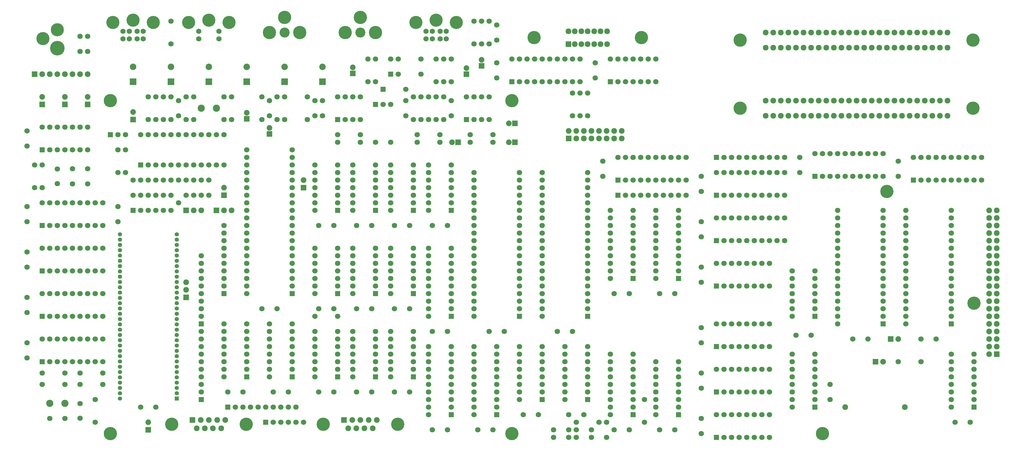
<source format=gbr>
G04 #@! TF.GenerationSoftware,KiCad,Pcbnew,(5.1.0)-1*
G04 #@! TF.CreationDate,2019-10-09T16:22:28-07:00*
G04 #@! TF.ProjectId,Omega-Mainboard,4f6d6567-612d-44d6-9169-6e626f617264,rev?*
G04 #@! TF.SameCoordinates,Original*
G04 #@! TF.FileFunction,Soldermask,Top*
G04 #@! TF.FilePolarity,Negative*
%FSLAX46Y46*%
G04 Gerber Fmt 4.6, Leading zero omitted, Abs format (unit mm)*
G04 Created by KiCad (PCBNEW (5.1.0)-1) date 2019-10-09 16:22:28*
%MOMM*%
%LPD*%
G04 APERTURE LIST*
%ADD10C,4.448760*%
%ADD11R,1.924000X1.924000*%
%ADD12C,1.924000*%
%ADD13R,1.797000X1.797000*%
%ADD14C,1.797000*%
%ADD15C,1.771600*%
%ADD16C,4.400500*%
%ADD17R,1.890980X1.890980*%
%ADD18C,1.890980*%
%ADD19R,1.416000X1.416000*%
%ADD20C,1.416000*%
%ADD21C,4.464000*%
%ADD22R,2.178000X2.178000*%
%ADD23C,2.178000*%
%ADD24C,2.398980*%
%ADD25C,4.400000*%
%ADD26C,4.900000*%
%ADD27C,3.371800*%
G04 APERTURE END LIST*
D10*
X221200000Y-23300000D03*
X185200000Y-23300000D03*
D11*
X196720000Y-25445000D03*
D12*
X198880000Y-25445000D03*
X201040000Y-25445000D03*
X203200000Y-25445000D03*
X205360000Y-25445000D03*
X207520000Y-25445000D03*
X209680000Y-25445000D03*
X203200000Y-21155000D03*
X196720000Y-21155000D03*
X198880000Y-21155000D03*
X201040000Y-21155000D03*
X205360000Y-21155000D03*
X207520000Y-21155000D03*
X209680000Y-21155000D03*
D13*
X119380000Y-137160000D03*
D14*
X119380000Y-134620000D03*
X119380000Y-132080000D03*
X119380000Y-129540000D03*
X119380000Y-127000000D03*
X119380000Y-124460000D03*
X119380000Y-121920000D03*
X111760000Y-121920000D03*
X111760000Y-124460000D03*
X111760000Y-127000000D03*
X111760000Y-129540000D03*
X111760000Y-132080000D03*
X111760000Y-134620000D03*
X111760000Y-137160000D03*
D13*
X132080000Y-137160000D03*
D14*
X132080000Y-134620000D03*
X132080000Y-132080000D03*
X132080000Y-129540000D03*
X132080000Y-127000000D03*
X132080000Y-124460000D03*
X132080000Y-121920000D03*
X124460000Y-121920000D03*
X124460000Y-124460000D03*
X124460000Y-127000000D03*
X124460000Y-129540000D03*
X124460000Y-132080000D03*
X124460000Y-134620000D03*
X124460000Y-137160000D03*
D13*
X132080000Y-81280000D03*
D14*
X132080000Y-78740000D03*
X132080000Y-76200000D03*
X132080000Y-73660000D03*
X132080000Y-71120000D03*
X132080000Y-68580000D03*
X132080000Y-66040000D03*
X124460000Y-66040000D03*
X124460000Y-68580000D03*
X124460000Y-71120000D03*
X124460000Y-73660000D03*
X124460000Y-76200000D03*
X124460000Y-78740000D03*
X124460000Y-81280000D03*
D13*
X218440000Y-104140000D03*
D14*
X218440000Y-101600000D03*
X218440000Y-99060000D03*
X218440000Y-96520000D03*
X218440000Y-93980000D03*
X218440000Y-91440000D03*
X218440000Y-88900000D03*
X218440000Y-86360000D03*
X218440000Y-83820000D03*
X218440000Y-81280000D03*
X210820000Y-81280000D03*
X210820000Y-83820000D03*
X210820000Y-86360000D03*
X210820000Y-88900000D03*
X210820000Y-91440000D03*
X210820000Y-93980000D03*
X210820000Y-96520000D03*
X210820000Y-99060000D03*
X210820000Y-101600000D03*
X210820000Y-104140000D03*
D13*
X180340000Y-116840000D03*
D14*
X180340000Y-114300000D03*
X180340000Y-111760000D03*
X180340000Y-109220000D03*
X180340000Y-106680000D03*
X180340000Y-104140000D03*
X180340000Y-101600000D03*
X180340000Y-99060000D03*
X180340000Y-96520000D03*
X180340000Y-93980000D03*
X180340000Y-91440000D03*
X180340000Y-88900000D03*
X180340000Y-86360000D03*
X180340000Y-83820000D03*
X180340000Y-81280000D03*
X180340000Y-78740000D03*
X180340000Y-76200000D03*
X180340000Y-73660000D03*
X180340000Y-71120000D03*
X180340000Y-68580000D03*
X165100000Y-68580000D03*
X165100000Y-71120000D03*
X165100000Y-73660000D03*
X165100000Y-76200000D03*
X165100000Y-78740000D03*
X165100000Y-81280000D03*
X165100000Y-83820000D03*
X165100000Y-86360000D03*
X165100000Y-88900000D03*
X165100000Y-91440000D03*
X165100000Y-93980000D03*
X165100000Y-96520000D03*
X165100000Y-99060000D03*
X165100000Y-101600000D03*
X165100000Y-104140000D03*
X165100000Y-106680000D03*
X165100000Y-109220000D03*
X165100000Y-111760000D03*
X165100000Y-114300000D03*
X165100000Y-116840000D03*
D13*
X213360000Y-76200000D03*
D14*
X215900000Y-76200000D03*
X218440000Y-76200000D03*
X220980000Y-76200000D03*
X223520000Y-76200000D03*
X226060000Y-76200000D03*
X228600000Y-76200000D03*
X231140000Y-76200000D03*
X233680000Y-76200000D03*
X236220000Y-76200000D03*
D13*
X213360000Y-71120000D03*
D14*
X215900000Y-71120000D03*
X218440000Y-71120000D03*
X220980000Y-71120000D03*
X223520000Y-71120000D03*
X226060000Y-71120000D03*
X228600000Y-71120000D03*
X231140000Y-71120000D03*
X233680000Y-71120000D03*
X236220000Y-71120000D03*
X236220000Y-63500000D03*
X233680000Y-63500000D03*
X231140000Y-63500000D03*
X228600000Y-63500000D03*
X226060000Y-63500000D03*
X223520000Y-63500000D03*
X220980000Y-63500000D03*
X218440000Y-63500000D03*
X215900000Y-63500000D03*
X213360000Y-63500000D03*
X227330000Y-109220000D03*
X232410000Y-109220000D03*
D12*
X262890000Y-49530000D03*
X262890000Y-44450000D03*
X265430000Y-49530000D03*
X265430000Y-44450000D03*
X267970000Y-49530000D03*
X267970000Y-44450000D03*
X270510000Y-49530000D03*
X270510000Y-44450000D03*
X273050000Y-49530000D03*
X273050000Y-44450000D03*
X275590000Y-49530000D03*
X275590000Y-44450000D03*
X278130000Y-49530000D03*
X278130000Y-44450000D03*
X280670000Y-49530000D03*
X280670000Y-44450000D03*
X283210000Y-49530000D03*
X283210000Y-44450000D03*
X285750000Y-49530000D03*
X285750000Y-44450000D03*
X288290000Y-49530000D03*
X288290000Y-44450000D03*
X290830000Y-49530000D03*
X290830000Y-44450000D03*
X293370000Y-49530000D03*
X293370000Y-44450000D03*
X295910000Y-49530000D03*
X295910000Y-44450000D03*
X298450000Y-49530000D03*
X298450000Y-44450000D03*
X300990000Y-49530000D03*
X300990000Y-44450000D03*
X303530000Y-49530000D03*
X303530000Y-44450000D03*
X306070000Y-49530000D03*
X306070000Y-44450000D03*
X308610000Y-49530000D03*
X308610000Y-44450000D03*
X311150000Y-49530000D03*
X311150000Y-44450000D03*
X313690000Y-49530000D03*
X313690000Y-44450000D03*
X316230000Y-49530000D03*
X316230000Y-44450000D03*
X318770000Y-49530000D03*
X318770000Y-44450000D03*
X321310000Y-49530000D03*
X321310000Y-44450000D03*
X323850000Y-49530000D03*
X323850000Y-44450000D03*
D10*
X63705740Y-153035000D03*
X88694260Y-153035000D03*
D11*
X70713600Y-151612600D03*
D12*
X73456800Y-151612600D03*
X76200000Y-151612600D03*
X78943200Y-151612600D03*
X81686400Y-151612600D03*
X80314800Y-154457400D03*
X77571600Y-154457400D03*
X74803000Y-154457400D03*
X72085200Y-154457400D03*
D13*
X302260000Y-119380000D03*
D14*
X302260000Y-116840000D03*
X302260000Y-114300000D03*
X302260000Y-111760000D03*
X302260000Y-109220000D03*
X302260000Y-106680000D03*
X302260000Y-104140000D03*
X302260000Y-101600000D03*
X302260000Y-99060000D03*
X302260000Y-96520000D03*
X302260000Y-93980000D03*
X302260000Y-91440000D03*
X302260000Y-88900000D03*
X302260000Y-86360000D03*
X302260000Y-83820000D03*
X302260000Y-81280000D03*
X287020000Y-81280000D03*
X287020000Y-83820000D03*
X287020000Y-86360000D03*
X287020000Y-88900000D03*
X287020000Y-91440000D03*
X287020000Y-93980000D03*
X287020000Y-96520000D03*
X287020000Y-99060000D03*
X287020000Y-101600000D03*
X287020000Y-104140000D03*
X287020000Y-106680000D03*
X287020000Y-109220000D03*
X287020000Y-111760000D03*
X287020000Y-114300000D03*
X287020000Y-116840000D03*
X287020000Y-119380000D03*
D13*
X325120000Y-119380000D03*
D14*
X325120000Y-116840000D03*
X325120000Y-114300000D03*
X325120000Y-111760000D03*
X325120000Y-109220000D03*
X325120000Y-106680000D03*
X325120000Y-104140000D03*
X325120000Y-101600000D03*
X325120000Y-99060000D03*
X325120000Y-96520000D03*
X325120000Y-93980000D03*
X325120000Y-91440000D03*
X325120000Y-88900000D03*
X325120000Y-86360000D03*
X325120000Y-83820000D03*
X325120000Y-81280000D03*
X309880000Y-81280000D03*
X309880000Y-83820000D03*
X309880000Y-86360000D03*
X309880000Y-88900000D03*
X309880000Y-91440000D03*
X309880000Y-93980000D03*
X309880000Y-96520000D03*
X309880000Y-99060000D03*
X309880000Y-101600000D03*
X309880000Y-104140000D03*
X309880000Y-106680000D03*
X309880000Y-109220000D03*
X309880000Y-111760000D03*
X309880000Y-114300000D03*
X309880000Y-116840000D03*
X309880000Y-119380000D03*
D13*
X279400000Y-69850000D03*
D14*
X281940000Y-69850000D03*
X284480000Y-69850000D03*
X287020000Y-69850000D03*
X289560000Y-69850000D03*
X292100000Y-69850000D03*
X294640000Y-69850000D03*
X297180000Y-69850000D03*
X299720000Y-69850000D03*
X302260000Y-69850000D03*
X302260000Y-62230000D03*
X299720000Y-62230000D03*
X297180000Y-62230000D03*
X294640000Y-62230000D03*
X292100000Y-62230000D03*
X289560000Y-62230000D03*
X287020000Y-62230000D03*
X284480000Y-62230000D03*
X281940000Y-62230000D03*
X279400000Y-62230000D03*
D12*
X289529520Y-147320000D03*
X309529480Y-147320000D03*
D13*
X279400000Y-116840000D03*
D14*
X279400000Y-114300000D03*
X279400000Y-111760000D03*
X279400000Y-109220000D03*
X279400000Y-106680000D03*
X279400000Y-104140000D03*
X279400000Y-101600000D03*
X271780000Y-101600000D03*
X271780000Y-104140000D03*
X271780000Y-106680000D03*
X271780000Y-109220000D03*
X271780000Y-111760000D03*
X271780000Y-114300000D03*
X271780000Y-116840000D03*
X273050000Y-123190000D03*
X278130000Y-123190000D03*
D13*
X246380000Y-76200000D03*
D14*
X248920000Y-76200000D03*
X251460000Y-76200000D03*
X254000000Y-76200000D03*
X256540000Y-76200000D03*
X259080000Y-76200000D03*
X261620000Y-76200000D03*
X264160000Y-76200000D03*
X266700000Y-76200000D03*
X269240000Y-76200000D03*
X269240000Y-68580000D03*
X266700000Y-68580000D03*
X264160000Y-68580000D03*
X261620000Y-68580000D03*
X259080000Y-68580000D03*
X256540000Y-68580000D03*
X254000000Y-68580000D03*
X251460000Y-68580000D03*
X248920000Y-68580000D03*
X246380000Y-68580000D03*
D13*
X246380000Y-91440000D03*
D14*
X248920000Y-91440000D03*
X251460000Y-91440000D03*
X254000000Y-91440000D03*
X256540000Y-91440000D03*
X259080000Y-91440000D03*
X261620000Y-91440000D03*
X264160000Y-91440000D03*
X266700000Y-91440000D03*
X269240000Y-91440000D03*
X269240000Y-83820000D03*
X266700000Y-83820000D03*
X264160000Y-83820000D03*
X261620000Y-83820000D03*
X259080000Y-83820000D03*
X256540000Y-83820000D03*
X254000000Y-83820000D03*
X251460000Y-83820000D03*
X248920000Y-83820000D03*
X246380000Y-83820000D03*
D13*
X218440000Y-149860000D03*
D14*
X218440000Y-147320000D03*
X218440000Y-144780000D03*
X218440000Y-142240000D03*
X218440000Y-139700000D03*
X218440000Y-137160000D03*
X218440000Y-134620000D03*
X218440000Y-132080000D03*
X218440000Y-129540000D03*
X210820000Y-129540000D03*
X210820000Y-132080000D03*
X210820000Y-134620000D03*
X210820000Y-137160000D03*
X210820000Y-139700000D03*
X210820000Y-142240000D03*
X210820000Y-144780000D03*
X210820000Y-147320000D03*
X210820000Y-149860000D03*
D13*
X132080000Y-109220000D03*
D14*
X132080000Y-106680000D03*
X132080000Y-104140000D03*
X132080000Y-101600000D03*
X132080000Y-99060000D03*
X132080000Y-96520000D03*
X132080000Y-93980000D03*
X124460000Y-93980000D03*
X124460000Y-96520000D03*
X124460000Y-99060000D03*
X124460000Y-101600000D03*
X124460000Y-104140000D03*
X124460000Y-106680000D03*
X124460000Y-109220000D03*
D13*
X104140000Y-109220000D03*
D14*
X104140000Y-106680000D03*
X104140000Y-104140000D03*
X104140000Y-101600000D03*
X104140000Y-99060000D03*
X104140000Y-96520000D03*
X104140000Y-93980000D03*
X104140000Y-91440000D03*
X104140000Y-88900000D03*
X104140000Y-86360000D03*
X104140000Y-83820000D03*
X104140000Y-81280000D03*
X104140000Y-78740000D03*
X104140000Y-76200000D03*
X104140000Y-73660000D03*
X104140000Y-71120000D03*
X104140000Y-68580000D03*
X104140000Y-66040000D03*
X104140000Y-63500000D03*
X104140000Y-60960000D03*
X88900000Y-60960000D03*
X88900000Y-63500000D03*
X88900000Y-66040000D03*
X88900000Y-68580000D03*
X88900000Y-71120000D03*
X88900000Y-73660000D03*
X88900000Y-76200000D03*
X88900000Y-78740000D03*
X88900000Y-81280000D03*
X88900000Y-83820000D03*
X88900000Y-86360000D03*
X88900000Y-88900000D03*
X88900000Y-91440000D03*
X88900000Y-93980000D03*
X88900000Y-96520000D03*
X88900000Y-99060000D03*
X88900000Y-101600000D03*
X88900000Y-104140000D03*
X88900000Y-106680000D03*
X88900000Y-109220000D03*
D13*
X144780000Y-137160000D03*
D14*
X144780000Y-134620000D03*
X144780000Y-132080000D03*
X144780000Y-129540000D03*
X144780000Y-127000000D03*
X144780000Y-124460000D03*
X144780000Y-121920000D03*
X137160000Y-121920000D03*
X137160000Y-124460000D03*
X137160000Y-127000000D03*
X137160000Y-129540000D03*
X137160000Y-132080000D03*
X137160000Y-134620000D03*
X137160000Y-137160000D03*
D13*
X20320000Y-60960000D03*
D14*
X22860000Y-60960000D03*
X25400000Y-60960000D03*
X27940000Y-60960000D03*
X30480000Y-60960000D03*
X33020000Y-60960000D03*
X35560000Y-60960000D03*
X35560000Y-53340000D03*
X33020000Y-53340000D03*
X30480000Y-53340000D03*
X27940000Y-53340000D03*
X25400000Y-53340000D03*
X22860000Y-53340000D03*
X20320000Y-53340000D03*
D13*
X144780000Y-109220000D03*
D14*
X144780000Y-106680000D03*
X144780000Y-104140000D03*
X144780000Y-101600000D03*
X144780000Y-99060000D03*
X144780000Y-96520000D03*
X144780000Y-93980000D03*
X137160000Y-93980000D03*
X137160000Y-96520000D03*
X137160000Y-99060000D03*
X137160000Y-101600000D03*
X137160000Y-104140000D03*
X137160000Y-106680000D03*
X137160000Y-109220000D03*
D13*
X157480000Y-116840000D03*
D14*
X157480000Y-114300000D03*
X157480000Y-111760000D03*
X157480000Y-109220000D03*
X157480000Y-106680000D03*
X157480000Y-104140000D03*
X157480000Y-101600000D03*
X157480000Y-99060000D03*
X157480000Y-96520000D03*
X157480000Y-93980000D03*
X149860000Y-93980000D03*
X149860000Y-96520000D03*
X149860000Y-99060000D03*
X149860000Y-101600000D03*
X149860000Y-104140000D03*
X149860000Y-106680000D03*
X149860000Y-109220000D03*
X149860000Y-111760000D03*
X149860000Y-114300000D03*
X149860000Y-116840000D03*
D13*
X203200000Y-116840000D03*
D14*
X203200000Y-114300000D03*
X203200000Y-111760000D03*
X203200000Y-109220000D03*
X203200000Y-106680000D03*
X203200000Y-104140000D03*
X203200000Y-101600000D03*
X203200000Y-99060000D03*
X203200000Y-96520000D03*
X203200000Y-93980000D03*
X203200000Y-91440000D03*
X203200000Y-88900000D03*
X203200000Y-86360000D03*
X203200000Y-83820000D03*
X203200000Y-81280000D03*
X203200000Y-78740000D03*
X203200000Y-76200000D03*
X203200000Y-73660000D03*
X203200000Y-71120000D03*
X203200000Y-68580000D03*
X187960000Y-68580000D03*
X187960000Y-71120000D03*
X187960000Y-73660000D03*
X187960000Y-76200000D03*
X187960000Y-78740000D03*
X187960000Y-81280000D03*
X187960000Y-83820000D03*
X187960000Y-86360000D03*
X187960000Y-88900000D03*
X187960000Y-91440000D03*
X187960000Y-93980000D03*
X187960000Y-96520000D03*
X187960000Y-99060000D03*
X187960000Y-101600000D03*
X187960000Y-104140000D03*
X187960000Y-106680000D03*
X187960000Y-109220000D03*
X187960000Y-111760000D03*
X187960000Y-114300000D03*
X187960000Y-116840000D03*
D13*
X233680000Y-104140000D03*
D14*
X233680000Y-101600000D03*
X233680000Y-99060000D03*
X233680000Y-96520000D03*
X233680000Y-93980000D03*
X233680000Y-91440000D03*
X233680000Y-88900000D03*
X233680000Y-86360000D03*
X233680000Y-83820000D03*
X233680000Y-81280000D03*
X226060000Y-81280000D03*
X226060000Y-83820000D03*
X226060000Y-86360000D03*
X226060000Y-88900000D03*
X226060000Y-91440000D03*
X226060000Y-93980000D03*
X226060000Y-96520000D03*
X226060000Y-99060000D03*
X226060000Y-101600000D03*
X226060000Y-104140000D03*
D15*
X52100000Y-21200000D03*
X49500000Y-21200000D03*
X47400000Y-23700000D03*
X54200000Y-23700000D03*
X54200000Y-21200000D03*
X47400000Y-21200000D03*
D16*
X50800000Y-17400000D03*
X44050000Y-18200000D03*
X57550000Y-18200000D03*
D15*
X49500000Y-23700000D03*
X52100000Y-23700000D03*
D13*
X20320000Y-86360000D03*
D14*
X22860000Y-86360000D03*
X25400000Y-86360000D03*
X27940000Y-86360000D03*
X30480000Y-86360000D03*
X33020000Y-86360000D03*
X35560000Y-86360000D03*
X38100000Y-86360000D03*
X40640000Y-86360000D03*
X40640000Y-78740000D03*
X38100000Y-78740000D03*
X35560000Y-78740000D03*
X33020000Y-78740000D03*
X30480000Y-78740000D03*
X27940000Y-78740000D03*
X25400000Y-78740000D03*
X22860000Y-78740000D03*
X20320000Y-78740000D03*
D13*
X233680000Y-149860000D03*
D14*
X233680000Y-147320000D03*
X233680000Y-144780000D03*
X233680000Y-142240000D03*
X233680000Y-139700000D03*
X233680000Y-137160000D03*
X233680000Y-134620000D03*
X233680000Y-132080000D03*
X226060000Y-132080000D03*
X226060000Y-134620000D03*
X226060000Y-137160000D03*
X226060000Y-139700000D03*
X226060000Y-142240000D03*
X226060000Y-144780000D03*
X226060000Y-147320000D03*
X226060000Y-149860000D03*
D13*
X203200000Y-144780000D03*
D14*
X203200000Y-142240000D03*
X203200000Y-139700000D03*
X203200000Y-137160000D03*
X203200000Y-134620000D03*
X203200000Y-132080000D03*
X203200000Y-129540000D03*
X203200000Y-127000000D03*
X195580000Y-127000000D03*
X195580000Y-129540000D03*
X195580000Y-132080000D03*
X195580000Y-134620000D03*
X195580000Y-137160000D03*
X195580000Y-139700000D03*
X195580000Y-142240000D03*
X195580000Y-144780000D03*
D13*
X157480000Y-149860000D03*
D14*
X157480000Y-147320000D03*
X157480000Y-144780000D03*
X157480000Y-142240000D03*
X157480000Y-139700000D03*
X157480000Y-137160000D03*
X157480000Y-134620000D03*
X157480000Y-132080000D03*
X157480000Y-129540000D03*
X157480000Y-127000000D03*
X149860000Y-127000000D03*
X149860000Y-129540000D03*
X149860000Y-132080000D03*
X149860000Y-134620000D03*
X149860000Y-137160000D03*
X149860000Y-139700000D03*
X149860000Y-142240000D03*
X149860000Y-144780000D03*
X149860000Y-147320000D03*
X149860000Y-149860000D03*
D12*
X122885200Y-154457400D03*
X125603000Y-154457400D03*
X128371600Y-154457400D03*
X131114800Y-154457400D03*
X132486400Y-151612600D03*
X129743200Y-151612600D03*
X127000000Y-151612600D03*
X124256800Y-151612600D03*
D11*
X121513600Y-151612600D03*
D10*
X139494260Y-153035000D03*
X114505740Y-153035000D03*
D13*
X172720000Y-149860000D03*
D14*
X172720000Y-147320000D03*
X172720000Y-144780000D03*
X172720000Y-142240000D03*
X172720000Y-139700000D03*
X172720000Y-137160000D03*
X172720000Y-134620000D03*
X172720000Y-132080000D03*
X172720000Y-129540000D03*
X172720000Y-127000000D03*
X165100000Y-127000000D03*
X165100000Y-129540000D03*
X165100000Y-132080000D03*
X165100000Y-134620000D03*
X165100000Y-137160000D03*
X165100000Y-139700000D03*
X165100000Y-142240000D03*
X165100000Y-144780000D03*
X165100000Y-147320000D03*
X165100000Y-149860000D03*
D17*
X178800760Y-58420000D03*
D18*
X176799240Y-58420000D03*
D13*
X332740000Y-147320000D03*
D14*
X332740000Y-144780000D03*
X332740000Y-142240000D03*
X332740000Y-139700000D03*
X332740000Y-137160000D03*
X332740000Y-134620000D03*
X332740000Y-132080000D03*
X332740000Y-129540000D03*
X325120000Y-129540000D03*
X325120000Y-132080000D03*
X325120000Y-134620000D03*
X325120000Y-137160000D03*
X325120000Y-139700000D03*
X325120000Y-142240000D03*
X325120000Y-144780000D03*
X325120000Y-147320000D03*
D19*
X65405000Y-144399000D03*
D20*
X65405000Y-142621000D03*
X65405000Y-140843000D03*
X65405000Y-139065000D03*
X65405000Y-137287000D03*
X65405000Y-135509000D03*
X65405000Y-133731000D03*
X65405000Y-131953000D03*
X65405000Y-130175000D03*
X65405000Y-128397000D03*
X65405000Y-126619000D03*
X65405000Y-124841000D03*
X65405000Y-123063000D03*
X65405000Y-121285000D03*
X65405000Y-119507000D03*
X65405000Y-117729000D03*
X65405000Y-115951000D03*
X65405000Y-114173000D03*
X65405000Y-112395000D03*
X65405000Y-110617000D03*
X65405000Y-108839000D03*
X65405000Y-107061000D03*
X65405000Y-105283000D03*
X65405000Y-103505000D03*
X65405000Y-101727000D03*
X65405000Y-99949000D03*
X65405000Y-98171000D03*
X65405000Y-96393000D03*
X65405000Y-94615000D03*
X65405000Y-92837000D03*
X65405000Y-91059000D03*
X65405000Y-89281000D03*
X46355000Y-89281000D03*
X46355000Y-91059000D03*
X46355000Y-92837000D03*
X46355000Y-94615000D03*
X46355000Y-96393000D03*
X46355000Y-98171000D03*
X46355000Y-99949000D03*
X46355000Y-101727000D03*
X46355000Y-103505000D03*
X46355000Y-105283000D03*
X46355000Y-107061000D03*
X46355000Y-108839000D03*
X46355000Y-110617000D03*
X46355000Y-112395000D03*
X46355000Y-114173000D03*
X46355000Y-115951000D03*
X46355000Y-117729000D03*
X46355000Y-119507000D03*
X46355000Y-121285000D03*
X46355000Y-123063000D03*
X46355000Y-124841000D03*
X46355000Y-126619000D03*
X46355000Y-128397000D03*
X46355000Y-130175000D03*
X46355000Y-131953000D03*
X46355000Y-133731000D03*
X46355000Y-135509000D03*
X46355000Y-137287000D03*
X46355000Y-139065000D03*
X46355000Y-140843000D03*
X46355000Y-142621000D03*
X46355000Y-144399000D03*
D12*
X323850000Y-21590000D03*
X323850000Y-26670000D03*
X321310000Y-21590000D03*
X321310000Y-26670000D03*
X318770000Y-21590000D03*
X318770000Y-26670000D03*
X316230000Y-21590000D03*
X316230000Y-26670000D03*
X313690000Y-21590000D03*
X313690000Y-26670000D03*
X311150000Y-21590000D03*
X311150000Y-26670000D03*
X308610000Y-21590000D03*
X308610000Y-26670000D03*
X306070000Y-21590000D03*
X306070000Y-26670000D03*
X303530000Y-21590000D03*
X303530000Y-26670000D03*
X300990000Y-21590000D03*
X300990000Y-26670000D03*
X298450000Y-21590000D03*
X298450000Y-26670000D03*
X295910000Y-21590000D03*
X295910000Y-26670000D03*
X293370000Y-21590000D03*
X293370000Y-26670000D03*
X290830000Y-21590000D03*
X290830000Y-26670000D03*
X288290000Y-21590000D03*
X288290000Y-26670000D03*
X285750000Y-21590000D03*
X285750000Y-26670000D03*
X283210000Y-21590000D03*
X283210000Y-26670000D03*
X280670000Y-21590000D03*
X280670000Y-26670000D03*
X278130000Y-21590000D03*
X278130000Y-26670000D03*
X275590000Y-21590000D03*
X275590000Y-26670000D03*
X273050000Y-21590000D03*
X273050000Y-26670000D03*
X270510000Y-21590000D03*
X270510000Y-26670000D03*
X267970000Y-21590000D03*
X267970000Y-26670000D03*
X265430000Y-21590000D03*
X265430000Y-26670000D03*
X262890000Y-21590000D03*
X262890000Y-26670000D03*
D14*
X83820000Y-43180000D03*
X83820000Y-50800000D03*
D21*
X43180000Y-44450000D03*
X177800000Y-44450000D03*
X303530000Y-74930000D03*
X43180000Y-156210000D03*
X177800000Y-156210000D03*
X281940000Y-156210000D03*
D11*
X196850000Y-57150000D03*
D12*
X196850000Y-54610000D03*
X199390000Y-57150000D03*
X199390000Y-54610000D03*
X201930000Y-57150000D03*
X201930000Y-54610000D03*
X204470000Y-57150000D03*
X204470000Y-54610000D03*
X207010000Y-57150000D03*
X207010000Y-54610000D03*
X209550000Y-57150000D03*
X209550000Y-54610000D03*
X212090000Y-57150000D03*
X212090000Y-54610000D03*
X214630000Y-57150000D03*
X214630000Y-54610000D03*
D21*
X332740000Y-112395000D03*
D14*
X175260000Y-121920000D03*
X170180000Y-121920000D03*
X193040000Y-121920000D03*
X198120000Y-121920000D03*
X53340000Y-147320000D03*
X58420000Y-147320000D03*
X93980000Y-114300000D03*
X99060000Y-114300000D03*
X212090000Y-154940000D03*
X217170000Y-154940000D03*
X292100000Y-124460000D03*
X297180000Y-124460000D03*
X314960000Y-124460000D03*
X320040000Y-124460000D03*
X15240000Y-85090000D03*
X15240000Y-80010000D03*
X15240000Y-115570000D03*
X15240000Y-110490000D03*
X15240000Y-100330000D03*
X15240000Y-95250000D03*
X15240000Y-130810000D03*
X15240000Y-125730000D03*
X151130000Y-121920000D03*
X156210000Y-121920000D03*
X151130000Y-154940000D03*
X156210000Y-154940000D03*
X166370000Y-154940000D03*
X171450000Y-154940000D03*
X241300000Y-100330000D03*
X241300000Y-105410000D03*
X241300000Y-135890000D03*
X241300000Y-140970000D03*
X241300000Y-120650000D03*
X241300000Y-125730000D03*
X241300000Y-151130000D03*
X241300000Y-156210000D03*
X274320000Y-63500000D03*
X274320000Y-68580000D03*
X307340000Y-64770000D03*
X307340000Y-69850000D03*
X208280000Y-64770000D03*
X208280000Y-69850000D03*
X212090000Y-109220000D03*
X217170000Y-109220000D03*
X172720000Y-31750000D03*
X172720000Y-36830000D03*
X241300000Y-69850000D03*
X241300000Y-74930000D03*
X241300000Y-85090000D03*
X241300000Y-90170000D03*
X227330000Y-154940000D03*
X232410000Y-154940000D03*
X82550000Y-142240000D03*
X87630000Y-142240000D03*
X97790000Y-142240000D03*
X102870000Y-142240000D03*
X196850000Y-149860000D03*
X201930000Y-149860000D03*
X181610000Y-149860000D03*
X186690000Y-149860000D03*
X326390000Y-152400000D03*
X331470000Y-152400000D03*
X205740000Y-31750000D03*
X205740000Y-36830000D03*
X138430000Y-86360000D03*
X143510000Y-86360000D03*
X125730000Y-86360000D03*
X130810000Y-86360000D03*
X113030000Y-86360000D03*
X118110000Y-86360000D03*
X138430000Y-142240000D03*
X143510000Y-142240000D03*
X125730000Y-142240000D03*
X130810000Y-142240000D03*
X125730000Y-114300000D03*
X130810000Y-114300000D03*
X138430000Y-114300000D03*
X143510000Y-114300000D03*
X113030000Y-142240000D03*
X118110000Y-142240000D03*
X15240000Y-54610000D03*
X15240000Y-59690000D03*
X113030000Y-114300000D03*
X118110000Y-114300000D03*
X151130000Y-86360000D03*
X156210000Y-86360000D03*
X284480000Y-144780000D03*
X284480000Y-139700000D03*
X76200000Y-71120000D03*
X76200000Y-76200000D03*
X114300000Y-44450000D03*
X114300000Y-49530000D03*
X157480000Y-44450000D03*
X157480000Y-49530000D03*
X66040000Y-49530000D03*
X66040000Y-44450000D03*
X33020000Y-27940000D03*
X33020000Y-22860000D03*
X35560000Y-22860000D03*
X35560000Y-27940000D03*
X60960000Y-76200000D03*
X60960000Y-71120000D03*
X58420000Y-76200000D03*
X58420000Y-71120000D03*
X63500000Y-76200000D03*
X63500000Y-71120000D03*
X71120000Y-71120000D03*
X71120000Y-76200000D03*
X96520000Y-49530000D03*
X96520000Y-44450000D03*
X45720000Y-80010000D03*
X45720000Y-85090000D03*
D22*
X114300000Y-38059360D03*
D23*
X114300000Y-33060640D03*
D22*
X101600000Y-38059360D03*
D23*
X101600000Y-33060640D03*
D22*
X88900000Y-38059360D03*
D23*
X88900000Y-33060640D03*
D22*
X50800000Y-38059360D03*
D23*
X50800000Y-33060640D03*
D22*
X63500000Y-38059360D03*
D23*
X63500000Y-33060640D03*
D22*
X76200000Y-38059360D03*
D23*
X76200000Y-33060640D03*
D17*
X20320000Y-45700000D03*
D18*
X20320000Y-43200000D03*
D17*
X304820000Y-124460000D03*
D18*
X307320000Y-124460000D03*
D17*
X55880000Y-154920000D03*
D18*
X55880000Y-152420000D03*
D17*
X81280000Y-76180000D03*
D18*
X81280000Y-73680000D03*
D17*
X50800000Y-50780000D03*
D18*
X50800000Y-48280000D03*
D17*
X27940000Y-45700000D03*
D18*
X27940000Y-43200000D03*
D17*
X35560000Y-45700000D03*
D18*
X35560000Y-43200000D03*
D17*
X162560000Y-35544760D03*
D18*
X162560000Y-33543240D03*
D17*
X96520000Y-55610760D03*
D18*
X96520000Y-53609240D03*
D17*
X159750760Y-58420000D03*
D18*
X157749240Y-58420000D03*
D17*
X178800760Y-52070000D03*
D18*
X176799240Y-52070000D03*
D17*
X124460000Y-35290760D03*
D18*
X124460000Y-33289240D03*
D17*
X88900000Y-50530760D03*
D18*
X88900000Y-48529240D03*
X167640000Y-30749240D03*
D17*
X167640000Y-32750760D03*
D14*
X172720000Y-19050000D03*
X172720000Y-24130000D03*
X142240000Y-44450000D03*
X142240000Y-49530000D03*
X111760000Y-49530000D03*
X111760000Y-44450000D03*
X132080000Y-58420000D03*
X137160000Y-58420000D03*
X53340000Y-76200000D03*
X53340000Y-71120000D03*
X55880000Y-76200000D03*
X55880000Y-71120000D03*
X50800000Y-76200000D03*
X50800000Y-71120000D03*
X204470000Y-157480000D03*
X199390000Y-157480000D03*
X73660000Y-71120000D03*
X73660000Y-76200000D03*
X209550000Y-157480000D03*
X209550000Y-152400000D03*
X204470000Y-154940000D03*
X199390000Y-154940000D03*
D24*
X22860000Y-146050000D03*
X27940000Y-146050000D03*
X78740000Y-46990000D03*
X73660000Y-46990000D03*
D14*
X22860000Y-151130000D03*
X27940000Y-151130000D03*
X35560000Y-67310000D03*
X30480000Y-67310000D03*
X35560000Y-72390000D03*
X30480000Y-72390000D03*
X68580000Y-71120000D03*
X68580000Y-76200000D03*
X142240000Y-40640000D03*
D13*
X134620000Y-40640000D03*
D21*
X254317500Y-24130000D03*
X332422500Y-24130000D03*
X254317500Y-46990000D03*
X332422500Y-46990000D03*
D25*
X25400000Y-20637500D03*
D26*
X25400000Y-26837640D03*
D25*
X20599400Y-23637240D03*
D15*
X72800000Y-23700000D03*
X79600000Y-23700000D03*
X79600000Y-21200000D03*
X72800000Y-21200000D03*
D16*
X76200000Y-17400000D03*
X69450000Y-18200000D03*
X82950000Y-18200000D03*
D15*
X153700000Y-21200000D03*
X151100000Y-21200000D03*
X149000000Y-23700000D03*
X155800000Y-23700000D03*
X155800000Y-21200000D03*
X149000000Y-21200000D03*
D16*
X152400000Y-17400000D03*
X145650000Y-18200000D03*
X159150000Y-18200000D03*
D15*
X151100000Y-23700000D03*
X153700000Y-23700000D03*
D11*
X17780000Y-35560000D03*
D12*
X20320000Y-35560000D03*
X22860000Y-35560000D03*
X25400000Y-35560000D03*
X27940000Y-35560000D03*
X30480000Y-35560000D03*
X33020000Y-35560000D03*
X35560000Y-35560000D03*
D11*
X340360000Y-129540000D03*
D12*
X337820000Y-129540000D03*
X340360000Y-127000000D03*
X337820000Y-127000000D03*
X340360000Y-124460000D03*
X337820000Y-124460000D03*
X340360000Y-121920000D03*
X337820000Y-121920000D03*
X340360000Y-119380000D03*
X337820000Y-119380000D03*
X340360000Y-116840000D03*
X337820000Y-116840000D03*
X340360000Y-114300000D03*
X337820000Y-114300000D03*
X340360000Y-111760000D03*
X337820000Y-111760000D03*
X340360000Y-109220000D03*
X337820000Y-109220000D03*
X340360000Y-106680000D03*
X337820000Y-106680000D03*
X340360000Y-104140000D03*
X337820000Y-104140000D03*
X340360000Y-101600000D03*
X337820000Y-101600000D03*
X340360000Y-99060000D03*
X337820000Y-99060000D03*
X337820000Y-96520000D03*
X340360000Y-96520000D03*
X337820000Y-93980000D03*
X340360000Y-93980000D03*
X340360000Y-91440000D03*
X337820000Y-91440000D03*
X340360000Y-88900000D03*
X337820000Y-88900000D03*
X340360000Y-86360000D03*
X337820000Y-86360000D03*
X340360000Y-83820000D03*
X337820000Y-83820000D03*
X340360000Y-81280000D03*
X337820000Y-81280000D03*
D11*
X299720000Y-132080000D03*
D12*
X302260000Y-132080000D03*
D11*
X107950000Y-73660000D03*
D12*
X107950000Y-71120000D03*
D11*
X68580000Y-110490000D03*
D12*
X68580000Y-107950000D03*
X68580000Y-105410000D03*
D11*
X78740000Y-81280000D03*
D12*
X81280000Y-81280000D03*
X83820000Y-81280000D03*
D11*
X68580000Y-81280000D03*
D12*
X71120000Y-81280000D03*
X73660000Y-81280000D03*
D14*
X71120000Y-50800000D03*
X71120000Y-43180000D03*
D13*
X132080000Y-45720000D03*
D14*
X134620000Y-45720000D03*
X137160000Y-45720000D03*
X17780000Y-66040000D03*
X17780000Y-73660000D03*
X38100000Y-152400000D03*
X38100000Y-144780000D03*
X147320000Y-43180000D03*
X147320000Y-50800000D03*
X152400000Y-50800000D03*
X152400000Y-43180000D03*
X207010000Y-152400000D03*
X199390000Y-152400000D03*
X222250000Y-144780000D03*
X222250000Y-152400000D03*
X93980000Y-50800000D03*
X93980000Y-43180000D03*
X129540000Y-30480000D03*
X129540000Y-38100000D03*
X68580000Y-50800000D03*
X68580000Y-43180000D03*
X146050000Y-58420000D03*
X153670000Y-58420000D03*
X144780000Y-50800000D03*
X144780000Y-43180000D03*
X149860000Y-50800000D03*
X149860000Y-43180000D03*
X307340000Y-132080000D03*
X314960000Y-132080000D03*
X109220000Y-50800000D03*
X109220000Y-43180000D03*
X163830000Y-55880000D03*
X171450000Y-55880000D03*
X163830000Y-58420000D03*
X171450000Y-58420000D03*
X170180000Y-25400000D03*
X170180000Y-17780000D03*
X167640000Y-17780000D03*
X167640000Y-25400000D03*
X157480000Y-30480000D03*
X157480000Y-38100000D03*
X154940000Y-38100000D03*
X154940000Y-30480000D03*
X152400000Y-30480000D03*
X152400000Y-38100000D03*
X45720000Y-60960000D03*
X45720000Y-68580000D03*
X66040000Y-71120000D03*
X66040000Y-78740000D03*
X101600000Y-43180000D03*
X101600000Y-50800000D03*
X119380000Y-116840000D03*
X111760000Y-116840000D03*
X20320000Y-73660000D03*
X20320000Y-66040000D03*
X153670000Y-55880000D03*
X146050000Y-55880000D03*
X154940000Y-43180000D03*
X154940000Y-50800000D03*
X99060000Y-50800000D03*
X99060000Y-43180000D03*
X48260000Y-68580000D03*
X48260000Y-60960000D03*
X63500000Y-17780000D03*
X63500000Y-25400000D03*
X33020000Y-135890000D03*
X40640000Y-135890000D03*
X20320000Y-139700000D03*
X27940000Y-139700000D03*
X20320000Y-135890000D03*
X27940000Y-135890000D03*
X33020000Y-139700000D03*
X40640000Y-139700000D03*
X132080000Y-38100000D03*
X132080000Y-30480000D03*
X165100000Y-25400000D03*
X165100000Y-17780000D03*
X63500000Y-43180000D03*
X63500000Y-50800000D03*
X81280000Y-43180000D03*
X81280000Y-50800000D03*
X55880000Y-43180000D03*
X55880000Y-50800000D03*
X58420000Y-43180000D03*
X58420000Y-50800000D03*
X60960000Y-43180000D03*
X60960000Y-50800000D03*
D13*
X81280000Y-109220000D03*
D14*
X81280000Y-106680000D03*
X81280000Y-104140000D03*
X81280000Y-101600000D03*
X81280000Y-99060000D03*
X81280000Y-96520000D03*
X81280000Y-93980000D03*
X81280000Y-91440000D03*
X81280000Y-88900000D03*
X81280000Y-86360000D03*
D13*
X73660000Y-119380000D03*
D14*
X73660000Y-116840000D03*
X73660000Y-114300000D03*
X73660000Y-111760000D03*
X73660000Y-109220000D03*
X73660000Y-106680000D03*
X73660000Y-104140000D03*
X73660000Y-101600000D03*
X73660000Y-99060000D03*
X73660000Y-96520000D03*
D13*
X73660000Y-144780000D03*
D14*
X73660000Y-142240000D03*
X73660000Y-139700000D03*
X73660000Y-137160000D03*
X73660000Y-134620000D03*
X73660000Y-132080000D03*
X73660000Y-129540000D03*
X73660000Y-127000000D03*
X73660000Y-124460000D03*
X73660000Y-121920000D03*
D13*
X246380000Y-63500000D03*
D14*
X248920000Y-63500000D03*
X251460000Y-63500000D03*
X254000000Y-63500000D03*
X256540000Y-63500000D03*
X259080000Y-63500000D03*
X261620000Y-63500000D03*
X264160000Y-63500000D03*
X266700000Y-63500000D03*
X269240000Y-63500000D03*
D13*
X82550000Y-147320000D03*
D14*
X85090000Y-147320000D03*
X87630000Y-147320000D03*
X90170000Y-147320000D03*
X92710000Y-147320000D03*
X95250000Y-147320000D03*
X97790000Y-147320000D03*
X100330000Y-147320000D03*
X102870000Y-147320000D03*
X105410000Y-147320000D03*
D13*
X95250000Y-152400000D03*
D14*
X97790000Y-152400000D03*
X100330000Y-152400000D03*
X102870000Y-152400000D03*
X105410000Y-152400000D03*
X107950000Y-152400000D03*
D13*
X50800000Y-81280000D03*
D14*
X53340000Y-81280000D03*
X55880000Y-81280000D03*
X58420000Y-81280000D03*
X60960000Y-81280000D03*
X63500000Y-81280000D03*
D13*
X137160000Y-35560000D03*
D14*
X139700000Y-35560000D03*
X147320000Y-35560000D03*
X147320000Y-30480000D03*
X139700000Y-30480000D03*
X137160000Y-30480000D03*
D13*
X20320000Y-116840000D03*
D14*
X22860000Y-116840000D03*
X25400000Y-116840000D03*
X27940000Y-116840000D03*
X30480000Y-116840000D03*
X33020000Y-116840000D03*
X35560000Y-116840000D03*
X38100000Y-116840000D03*
X40640000Y-116840000D03*
X40640000Y-109220000D03*
X38100000Y-109220000D03*
X35560000Y-109220000D03*
X33020000Y-109220000D03*
X30480000Y-109220000D03*
X27940000Y-109220000D03*
X25400000Y-109220000D03*
X22860000Y-109220000D03*
X20320000Y-109220000D03*
D13*
X20320000Y-101600000D03*
D14*
X22860000Y-101600000D03*
X25400000Y-101600000D03*
X27940000Y-101600000D03*
X30480000Y-101600000D03*
X33020000Y-101600000D03*
X35560000Y-101600000D03*
X38100000Y-101600000D03*
X40640000Y-101600000D03*
X40640000Y-93980000D03*
X38100000Y-93980000D03*
X35560000Y-93980000D03*
X33020000Y-93980000D03*
X30480000Y-93980000D03*
X27940000Y-93980000D03*
X25400000Y-93980000D03*
X22860000Y-93980000D03*
X20320000Y-93980000D03*
D13*
X20320000Y-132080000D03*
D14*
X22860000Y-132080000D03*
X25400000Y-132080000D03*
X27940000Y-132080000D03*
X30480000Y-132080000D03*
X33020000Y-132080000D03*
X35560000Y-132080000D03*
X38100000Y-132080000D03*
X40640000Y-132080000D03*
X40640000Y-124460000D03*
X38100000Y-124460000D03*
X35560000Y-124460000D03*
X33020000Y-124460000D03*
X30480000Y-124460000D03*
X27940000Y-124460000D03*
X25400000Y-124460000D03*
X22860000Y-124460000D03*
X20320000Y-124460000D03*
D13*
X246380000Y-106680000D03*
D14*
X248920000Y-106680000D03*
X251460000Y-106680000D03*
X254000000Y-106680000D03*
X256540000Y-106680000D03*
X259080000Y-106680000D03*
X261620000Y-106680000D03*
X264160000Y-106680000D03*
X264160000Y-99060000D03*
X261620000Y-99060000D03*
X259080000Y-99060000D03*
X256540000Y-99060000D03*
X254000000Y-99060000D03*
X251460000Y-99060000D03*
X248920000Y-99060000D03*
X246380000Y-99060000D03*
D13*
X246380000Y-142240000D03*
D14*
X248920000Y-142240000D03*
X251460000Y-142240000D03*
X254000000Y-142240000D03*
X256540000Y-142240000D03*
X259080000Y-142240000D03*
X261620000Y-142240000D03*
X264160000Y-142240000D03*
X264160000Y-134620000D03*
X261620000Y-134620000D03*
X259080000Y-134620000D03*
X256540000Y-134620000D03*
X254000000Y-134620000D03*
X251460000Y-134620000D03*
X248920000Y-134620000D03*
X246380000Y-134620000D03*
D13*
X246380000Y-127000000D03*
D14*
X248920000Y-127000000D03*
X251460000Y-127000000D03*
X254000000Y-127000000D03*
X256540000Y-127000000D03*
X259080000Y-127000000D03*
X261620000Y-127000000D03*
X264160000Y-127000000D03*
X264160000Y-119380000D03*
X261620000Y-119380000D03*
X259080000Y-119380000D03*
X256540000Y-119380000D03*
X254000000Y-119380000D03*
X251460000Y-119380000D03*
X248920000Y-119380000D03*
X246380000Y-119380000D03*
D13*
X246380000Y-157480000D03*
D14*
X248920000Y-157480000D03*
X251460000Y-157480000D03*
X254000000Y-157480000D03*
X256540000Y-157480000D03*
X259080000Y-157480000D03*
X261620000Y-157480000D03*
X264160000Y-157480000D03*
X264160000Y-149860000D03*
X261620000Y-149860000D03*
X259080000Y-149860000D03*
X256540000Y-149860000D03*
X254000000Y-149860000D03*
X251460000Y-149860000D03*
X248920000Y-149860000D03*
X246380000Y-149860000D03*
D13*
X312420000Y-71120000D03*
D14*
X314960000Y-71120000D03*
X317500000Y-71120000D03*
X320040000Y-71120000D03*
X322580000Y-71120000D03*
X325120000Y-71120000D03*
X327660000Y-71120000D03*
X330200000Y-71120000D03*
X332740000Y-71120000D03*
X335280000Y-71120000D03*
X335280000Y-63500000D03*
X332740000Y-63500000D03*
X330200000Y-63500000D03*
X327660000Y-63500000D03*
X325120000Y-63500000D03*
X322580000Y-63500000D03*
X320040000Y-63500000D03*
X317500000Y-63500000D03*
X314960000Y-63500000D03*
X312420000Y-63500000D03*
D13*
X177800000Y-38100000D03*
D14*
X180340000Y-38100000D03*
X182880000Y-38100000D03*
X185420000Y-38100000D03*
X187960000Y-38100000D03*
X190500000Y-38100000D03*
X193040000Y-38100000D03*
X195580000Y-38100000D03*
X198120000Y-38100000D03*
X200660000Y-38100000D03*
X200660000Y-30480000D03*
X198120000Y-30480000D03*
X195580000Y-30480000D03*
X193040000Y-30480000D03*
X190500000Y-30480000D03*
X187960000Y-30480000D03*
X185420000Y-30480000D03*
X182880000Y-30480000D03*
X180340000Y-30480000D03*
X177800000Y-30480000D03*
D13*
X88900000Y-137160000D03*
D14*
X88900000Y-134620000D03*
X88900000Y-132080000D03*
X88900000Y-129540000D03*
X88900000Y-127000000D03*
X88900000Y-124460000D03*
X88900000Y-121920000D03*
X88900000Y-119380000D03*
X81280000Y-119380000D03*
X81280000Y-121920000D03*
X81280000Y-124460000D03*
X81280000Y-127000000D03*
X81280000Y-129540000D03*
X81280000Y-132080000D03*
X81280000Y-134620000D03*
X81280000Y-137160000D03*
D13*
X104140000Y-137160000D03*
D14*
X104140000Y-134620000D03*
X104140000Y-132080000D03*
X104140000Y-129540000D03*
X104140000Y-127000000D03*
X104140000Y-124460000D03*
X104140000Y-121920000D03*
X104140000Y-119380000D03*
X96520000Y-119380000D03*
X96520000Y-121920000D03*
X96520000Y-124460000D03*
X96520000Y-127000000D03*
X96520000Y-129540000D03*
X96520000Y-132080000D03*
X96520000Y-134620000D03*
X96520000Y-137160000D03*
D13*
X187960000Y-144780000D03*
D14*
X187960000Y-142240000D03*
X187960000Y-139700000D03*
X187960000Y-137160000D03*
X187960000Y-134620000D03*
X187960000Y-132080000D03*
X187960000Y-129540000D03*
X187960000Y-127000000D03*
X180340000Y-127000000D03*
X180340000Y-129540000D03*
X180340000Y-132080000D03*
X180340000Y-134620000D03*
X180340000Y-137160000D03*
X180340000Y-139700000D03*
X180340000Y-142240000D03*
X180340000Y-144780000D03*
D13*
X210820000Y-38100000D03*
D14*
X213360000Y-38100000D03*
X215900000Y-38100000D03*
X218440000Y-38100000D03*
X220980000Y-38100000D03*
X223520000Y-38100000D03*
X226060000Y-38100000D03*
X226060000Y-30480000D03*
X223520000Y-30480000D03*
X220980000Y-30480000D03*
X218440000Y-30480000D03*
X215900000Y-30480000D03*
X213360000Y-30480000D03*
X210820000Y-30480000D03*
D13*
X144780000Y-81280000D03*
D14*
X144780000Y-78740000D03*
X144780000Y-76200000D03*
X144780000Y-73660000D03*
X144780000Y-71120000D03*
X144780000Y-68580000D03*
X144780000Y-66040000D03*
X137160000Y-66040000D03*
X137160000Y-68580000D03*
X137160000Y-71120000D03*
X137160000Y-73660000D03*
X137160000Y-76200000D03*
X137160000Y-78740000D03*
X137160000Y-81280000D03*
D13*
X119380000Y-81280000D03*
D14*
X119380000Y-78740000D03*
X119380000Y-76200000D03*
X119380000Y-73660000D03*
X119380000Y-71120000D03*
X119380000Y-68580000D03*
X119380000Y-66040000D03*
X111760000Y-66040000D03*
X111760000Y-68580000D03*
X111760000Y-71120000D03*
X111760000Y-73660000D03*
X111760000Y-76200000D03*
X111760000Y-78740000D03*
X111760000Y-81280000D03*
D13*
X119380000Y-109220000D03*
D14*
X119380000Y-106680000D03*
X119380000Y-104140000D03*
X119380000Y-101600000D03*
X119380000Y-99060000D03*
X119380000Y-96520000D03*
X119380000Y-93980000D03*
X111760000Y-93980000D03*
X111760000Y-96520000D03*
X111760000Y-99060000D03*
X111760000Y-101600000D03*
X111760000Y-104140000D03*
X111760000Y-106680000D03*
X111760000Y-109220000D03*
D13*
X157480000Y-81280000D03*
D14*
X157480000Y-78740000D03*
X157480000Y-76200000D03*
X157480000Y-73660000D03*
X157480000Y-71120000D03*
X157480000Y-68580000D03*
X157480000Y-66040000D03*
X149860000Y-66040000D03*
X149860000Y-68580000D03*
X149860000Y-71120000D03*
X149860000Y-73660000D03*
X149860000Y-76200000D03*
X149860000Y-78740000D03*
X149860000Y-81280000D03*
D13*
X279400000Y-147320000D03*
D14*
X279400000Y-144780000D03*
X279400000Y-142240000D03*
X279400000Y-139700000D03*
X279400000Y-137160000D03*
X279400000Y-134620000D03*
X279400000Y-132080000D03*
X279400000Y-129540000D03*
X271780000Y-129540000D03*
X271780000Y-132080000D03*
X271780000Y-134620000D03*
X271780000Y-137160000D03*
X271780000Y-139700000D03*
X271780000Y-142240000D03*
X271780000Y-144780000D03*
X271780000Y-147320000D03*
D13*
X53340000Y-66040000D03*
D14*
X55880000Y-66040000D03*
X58420000Y-66040000D03*
X60960000Y-66040000D03*
X63500000Y-66040000D03*
X66040000Y-66040000D03*
X68580000Y-66040000D03*
X71120000Y-66040000D03*
X73660000Y-66040000D03*
X76200000Y-66040000D03*
X78740000Y-66040000D03*
X81280000Y-66040000D03*
X81280000Y-55880000D03*
X78740000Y-55880000D03*
X76200000Y-55880000D03*
X73660000Y-55880000D03*
X71120000Y-55880000D03*
X68580000Y-55880000D03*
X66040000Y-55880000D03*
X63500000Y-55880000D03*
X60960000Y-55880000D03*
X58420000Y-55880000D03*
X55880000Y-55880000D03*
X53340000Y-55880000D03*
D13*
X119380000Y-50800000D03*
D14*
X121920000Y-50800000D03*
X124460000Y-50800000D03*
X127000000Y-50800000D03*
X127000000Y-43180000D03*
X124460000Y-43180000D03*
X121920000Y-43180000D03*
X119380000Y-43180000D03*
D13*
X162560000Y-50800000D03*
D14*
X165100000Y-50800000D03*
X167640000Y-50800000D03*
X170180000Y-50800000D03*
X170180000Y-43180000D03*
X167640000Y-43180000D03*
X165100000Y-43180000D03*
X162560000Y-43180000D03*
X33020000Y-151030940D03*
X33020000Y-146149060D03*
X196850000Y-154940000D03*
X196850000Y-157480000D03*
X191770000Y-154940000D03*
X191770000Y-157480000D03*
X25400000Y-67409060D03*
X25400000Y-72290940D03*
D21*
X101600000Y-16510000D03*
X106680000Y-21590000D03*
X96520000Y-21590000D03*
D27*
X101600000Y-21590000D03*
D21*
X127000000Y-16510000D03*
X132080000Y-21590000D03*
X121920000Y-21590000D03*
D27*
X127000000Y-21590000D03*
D13*
X43180000Y-55880000D03*
D14*
X45720000Y-55880000D03*
X48260000Y-55880000D03*
X127000000Y-55880000D03*
X119380000Y-55880000D03*
X127000000Y-58420000D03*
X119380000Y-58420000D03*
X198120000Y-49530000D03*
X198120000Y-41910000D03*
X200660000Y-41910000D03*
X200660000Y-49530000D03*
X203200000Y-41910000D03*
X203200000Y-49530000D03*
M02*

</source>
